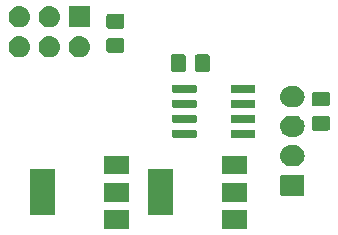
<source format=gbr>
G04 #@! TF.GenerationSoftware,KiCad,Pcbnew,(5.1.4)-1*
G04 #@! TF.CreationDate,2020-02-08T13:17:21-05:00*
G04 #@! TF.ProjectId,Torchic,546f7263-6869-4632-9e6b-696361645f70,rev?*
G04 #@! TF.SameCoordinates,Original*
G04 #@! TF.FileFunction,Soldermask,Bot*
G04 #@! TF.FilePolarity,Negative*
%FSLAX46Y46*%
G04 Gerber Fmt 4.6, Leading zero omitted, Abs format (unit mm)*
G04 Created by KiCad (PCBNEW (5.1.4)-1) date 2020-02-08 13:17:21*
%MOMM*%
%LPD*%
G04 APERTURE LIST*
%ADD10C,0.100000*%
G04 APERTURE END LIST*
D10*
G36*
X92314000Y-60378000D02*
G01*
X90212000Y-60378000D01*
X90212000Y-58776000D01*
X92314000Y-58776000D01*
X92314000Y-60378000D01*
X92314000Y-60378000D01*
G37*
G36*
X82331000Y-60378000D02*
G01*
X80229000Y-60378000D01*
X80229000Y-58776000D01*
X82331000Y-58776000D01*
X82331000Y-60378000D01*
X82331000Y-60378000D01*
G37*
G36*
X76031000Y-59228000D02*
G01*
X73929000Y-59228000D01*
X73929000Y-55326000D01*
X76031000Y-55326000D01*
X76031000Y-59228000D01*
X76031000Y-59228000D01*
G37*
G36*
X86014000Y-59228000D02*
G01*
X83912000Y-59228000D01*
X83912000Y-55326000D01*
X86014000Y-55326000D01*
X86014000Y-59228000D01*
X86014000Y-59228000D01*
G37*
G36*
X82331000Y-58078000D02*
G01*
X80229000Y-58078000D01*
X80229000Y-56476000D01*
X82331000Y-56476000D01*
X82331000Y-58078000D01*
X82331000Y-58078000D01*
G37*
G36*
X92314000Y-58078000D02*
G01*
X90212000Y-58078000D01*
X90212000Y-56476000D01*
X92314000Y-56476000D01*
X92314000Y-58078000D01*
X92314000Y-58078000D01*
G37*
G36*
X97022600Y-55791989D02*
G01*
X97055652Y-55802015D01*
X97086103Y-55818292D01*
X97112799Y-55840201D01*
X97134708Y-55866897D01*
X97150985Y-55897348D01*
X97161011Y-55930400D01*
X97165000Y-55970903D01*
X97165000Y-57407097D01*
X97161011Y-57447600D01*
X97150985Y-57480652D01*
X97134708Y-57511103D01*
X97112799Y-57537799D01*
X97086103Y-57559708D01*
X97055652Y-57575985D01*
X97022600Y-57586011D01*
X96982097Y-57590000D01*
X95295903Y-57590000D01*
X95255400Y-57586011D01*
X95222348Y-57575985D01*
X95191897Y-57559708D01*
X95165201Y-57537799D01*
X95143292Y-57511103D01*
X95127015Y-57480652D01*
X95116989Y-57447600D01*
X95113000Y-57407097D01*
X95113000Y-55970903D01*
X95116989Y-55930400D01*
X95127015Y-55897348D01*
X95143292Y-55866897D01*
X95165201Y-55840201D01*
X95191897Y-55818292D01*
X95222348Y-55802015D01*
X95255400Y-55791989D01*
X95295903Y-55788000D01*
X96982097Y-55788000D01*
X97022600Y-55791989D01*
X97022600Y-55791989D01*
G37*
G36*
X92314000Y-55778000D02*
G01*
X90212000Y-55778000D01*
X90212000Y-54176000D01*
X92314000Y-54176000D01*
X92314000Y-55778000D01*
X92314000Y-55778000D01*
G37*
G36*
X82331000Y-55778000D02*
G01*
X80229000Y-55778000D01*
X80229000Y-54176000D01*
X82331000Y-54176000D01*
X82331000Y-55778000D01*
X82331000Y-55778000D01*
G37*
G36*
X96374442Y-53294518D02*
G01*
X96440627Y-53301037D01*
X96610466Y-53352557D01*
X96766991Y-53436222D01*
X96802729Y-53465552D01*
X96904186Y-53548814D01*
X96987448Y-53650271D01*
X97016778Y-53686009D01*
X97100443Y-53842534D01*
X97151963Y-54012373D01*
X97169359Y-54189000D01*
X97151963Y-54365627D01*
X97100443Y-54535466D01*
X97016778Y-54691991D01*
X96987448Y-54727729D01*
X96904186Y-54829186D01*
X96802729Y-54912448D01*
X96766991Y-54941778D01*
X96610466Y-55025443D01*
X96440627Y-55076963D01*
X96374443Y-55083481D01*
X96308260Y-55090000D01*
X95969740Y-55090000D01*
X95903557Y-55083481D01*
X95837373Y-55076963D01*
X95667534Y-55025443D01*
X95511009Y-54941778D01*
X95475271Y-54912448D01*
X95373814Y-54829186D01*
X95290552Y-54727729D01*
X95261222Y-54691991D01*
X95177557Y-54535466D01*
X95126037Y-54365627D01*
X95108641Y-54189000D01*
X95126037Y-54012373D01*
X95177557Y-53842534D01*
X95261222Y-53686009D01*
X95290552Y-53650271D01*
X95373814Y-53548814D01*
X95475271Y-53465552D01*
X95511009Y-53436222D01*
X95667534Y-53352557D01*
X95837373Y-53301037D01*
X95903558Y-53294518D01*
X95969740Y-53288000D01*
X96308260Y-53288000D01*
X96374442Y-53294518D01*
X96374442Y-53294518D01*
G37*
G36*
X87932928Y-51975764D02*
G01*
X87954009Y-51982160D01*
X87973445Y-51992548D01*
X87990476Y-52006524D01*
X88004452Y-52023555D01*
X88014840Y-52042991D01*
X88021236Y-52064072D01*
X88024000Y-52092140D01*
X88024000Y-52555860D01*
X88021236Y-52583928D01*
X88014840Y-52605009D01*
X88004452Y-52624445D01*
X87990476Y-52641476D01*
X87973445Y-52655452D01*
X87954009Y-52665840D01*
X87932928Y-52672236D01*
X87904860Y-52675000D01*
X86091140Y-52675000D01*
X86063072Y-52672236D01*
X86041991Y-52665840D01*
X86022555Y-52655452D01*
X86005524Y-52641476D01*
X85991548Y-52624445D01*
X85981160Y-52605009D01*
X85974764Y-52583928D01*
X85972000Y-52555860D01*
X85972000Y-52092140D01*
X85974764Y-52064072D01*
X85981160Y-52042991D01*
X85991548Y-52023555D01*
X86005524Y-52006524D01*
X86022555Y-51992548D01*
X86041991Y-51982160D01*
X86063072Y-51975764D01*
X86091140Y-51973000D01*
X87904860Y-51973000D01*
X87932928Y-51975764D01*
X87932928Y-51975764D01*
G37*
G36*
X92882928Y-51975764D02*
G01*
X92904009Y-51982160D01*
X92923445Y-51992548D01*
X92940476Y-52006524D01*
X92954452Y-52023555D01*
X92964840Y-52042991D01*
X92971236Y-52064072D01*
X92974000Y-52092140D01*
X92974000Y-52555860D01*
X92971236Y-52583928D01*
X92964840Y-52605009D01*
X92954452Y-52624445D01*
X92940476Y-52641476D01*
X92923445Y-52655452D01*
X92904009Y-52665840D01*
X92882928Y-52672236D01*
X92854860Y-52675000D01*
X91041140Y-52675000D01*
X91013072Y-52672236D01*
X90991991Y-52665840D01*
X90972555Y-52655452D01*
X90955524Y-52641476D01*
X90941548Y-52624445D01*
X90931160Y-52605009D01*
X90924764Y-52583928D01*
X90922000Y-52555860D01*
X90922000Y-52092140D01*
X90924764Y-52064072D01*
X90931160Y-52042991D01*
X90941548Y-52023555D01*
X90955524Y-52006524D01*
X90972555Y-51992548D01*
X90991991Y-51982160D01*
X91013072Y-51975764D01*
X91041140Y-51973000D01*
X92854860Y-51973000D01*
X92882928Y-51975764D01*
X92882928Y-51975764D01*
G37*
G36*
X96369909Y-50794072D02*
G01*
X96440627Y-50801037D01*
X96610466Y-50852557D01*
X96766991Y-50936222D01*
X96802729Y-50965552D01*
X96904186Y-51048814D01*
X96987448Y-51150271D01*
X97016778Y-51186009D01*
X97100443Y-51342534D01*
X97151963Y-51512373D01*
X97169359Y-51689000D01*
X97151963Y-51865627D01*
X97100443Y-52035466D01*
X97016778Y-52191991D01*
X96987448Y-52227729D01*
X96904186Y-52329186D01*
X96802729Y-52412448D01*
X96766991Y-52441778D01*
X96610466Y-52525443D01*
X96440627Y-52576963D01*
X96374443Y-52583481D01*
X96308260Y-52590000D01*
X95969740Y-52590000D01*
X95903557Y-52583481D01*
X95837373Y-52576963D01*
X95667534Y-52525443D01*
X95511009Y-52441778D01*
X95475271Y-52412448D01*
X95373814Y-52329186D01*
X95290552Y-52227729D01*
X95261222Y-52191991D01*
X95177557Y-52035466D01*
X95126037Y-51865627D01*
X95108641Y-51689000D01*
X95126037Y-51512373D01*
X95177557Y-51342534D01*
X95261222Y-51186009D01*
X95290552Y-51150271D01*
X95373814Y-51048814D01*
X95475271Y-50965552D01*
X95511009Y-50936222D01*
X95667534Y-50852557D01*
X95837373Y-50801037D01*
X95908091Y-50794072D01*
X95969740Y-50788000D01*
X96308260Y-50788000D01*
X96369909Y-50794072D01*
X96369909Y-50794072D01*
G37*
G36*
X99140674Y-50822465D02*
G01*
X99178367Y-50833899D01*
X99213103Y-50852466D01*
X99243548Y-50877452D01*
X99268534Y-50907897D01*
X99287101Y-50942633D01*
X99298535Y-50980326D01*
X99303000Y-51025661D01*
X99303000Y-51862339D01*
X99298535Y-51907674D01*
X99287101Y-51945367D01*
X99268534Y-51980103D01*
X99243548Y-52010548D01*
X99213103Y-52035534D01*
X99178367Y-52054101D01*
X99140674Y-52065535D01*
X99095339Y-52070000D01*
X98008661Y-52070000D01*
X97963326Y-52065535D01*
X97925633Y-52054101D01*
X97890897Y-52035534D01*
X97860452Y-52010548D01*
X97835466Y-51980103D01*
X97816899Y-51945367D01*
X97805465Y-51907674D01*
X97801000Y-51862339D01*
X97801000Y-51025661D01*
X97805465Y-50980326D01*
X97816899Y-50942633D01*
X97835466Y-50907897D01*
X97860452Y-50877452D01*
X97890897Y-50852466D01*
X97925633Y-50833899D01*
X97963326Y-50822465D01*
X98008661Y-50818000D01*
X99095339Y-50818000D01*
X99140674Y-50822465D01*
X99140674Y-50822465D01*
G37*
G36*
X87932928Y-50705764D02*
G01*
X87954009Y-50712160D01*
X87973445Y-50722548D01*
X87990476Y-50736524D01*
X88004452Y-50753555D01*
X88014840Y-50772991D01*
X88021236Y-50794072D01*
X88024000Y-50822140D01*
X88024000Y-51285860D01*
X88021236Y-51313928D01*
X88014840Y-51335009D01*
X88004452Y-51354445D01*
X87990476Y-51371476D01*
X87973445Y-51385452D01*
X87954009Y-51395840D01*
X87932928Y-51402236D01*
X87904860Y-51405000D01*
X86091140Y-51405000D01*
X86063072Y-51402236D01*
X86041991Y-51395840D01*
X86022555Y-51385452D01*
X86005524Y-51371476D01*
X85991548Y-51354445D01*
X85981160Y-51335009D01*
X85974764Y-51313928D01*
X85972000Y-51285860D01*
X85972000Y-50822140D01*
X85974764Y-50794072D01*
X85981160Y-50772991D01*
X85991548Y-50753555D01*
X86005524Y-50736524D01*
X86022555Y-50722548D01*
X86041991Y-50712160D01*
X86063072Y-50705764D01*
X86091140Y-50703000D01*
X87904860Y-50703000D01*
X87932928Y-50705764D01*
X87932928Y-50705764D01*
G37*
G36*
X92882928Y-50705764D02*
G01*
X92904009Y-50712160D01*
X92923445Y-50722548D01*
X92940476Y-50736524D01*
X92954452Y-50753555D01*
X92964840Y-50772991D01*
X92971236Y-50794072D01*
X92974000Y-50822140D01*
X92974000Y-51285860D01*
X92971236Y-51313928D01*
X92964840Y-51335009D01*
X92954452Y-51354445D01*
X92940476Y-51371476D01*
X92923445Y-51385452D01*
X92904009Y-51395840D01*
X92882928Y-51402236D01*
X92854860Y-51405000D01*
X91041140Y-51405000D01*
X91013072Y-51402236D01*
X90991991Y-51395840D01*
X90972555Y-51385452D01*
X90955524Y-51371476D01*
X90941548Y-51354445D01*
X90931160Y-51335009D01*
X90924764Y-51313928D01*
X90922000Y-51285860D01*
X90922000Y-50822140D01*
X90924764Y-50794072D01*
X90931160Y-50772991D01*
X90941548Y-50753555D01*
X90955524Y-50736524D01*
X90972555Y-50722548D01*
X90991991Y-50712160D01*
X91013072Y-50705764D01*
X91041140Y-50703000D01*
X92854860Y-50703000D01*
X92882928Y-50705764D01*
X92882928Y-50705764D01*
G37*
G36*
X92882928Y-49435764D02*
G01*
X92904009Y-49442160D01*
X92923445Y-49452548D01*
X92940476Y-49466524D01*
X92954452Y-49483555D01*
X92964840Y-49502991D01*
X92971236Y-49524072D01*
X92974000Y-49552140D01*
X92974000Y-50015860D01*
X92971236Y-50043928D01*
X92964840Y-50065009D01*
X92954452Y-50084445D01*
X92940476Y-50101476D01*
X92923445Y-50115452D01*
X92904009Y-50125840D01*
X92882928Y-50132236D01*
X92854860Y-50135000D01*
X91041140Y-50135000D01*
X91013072Y-50132236D01*
X90991991Y-50125840D01*
X90972555Y-50115452D01*
X90955524Y-50101476D01*
X90941548Y-50084445D01*
X90931160Y-50065009D01*
X90924764Y-50043928D01*
X90922000Y-50015860D01*
X90922000Y-49552140D01*
X90924764Y-49524072D01*
X90931160Y-49502991D01*
X90941548Y-49483555D01*
X90955524Y-49466524D01*
X90972555Y-49452548D01*
X90991991Y-49442160D01*
X91013072Y-49435764D01*
X91041140Y-49433000D01*
X92854860Y-49433000D01*
X92882928Y-49435764D01*
X92882928Y-49435764D01*
G37*
G36*
X87932928Y-49435764D02*
G01*
X87954009Y-49442160D01*
X87973445Y-49452548D01*
X87990476Y-49466524D01*
X88004452Y-49483555D01*
X88014840Y-49502991D01*
X88021236Y-49524072D01*
X88024000Y-49552140D01*
X88024000Y-50015860D01*
X88021236Y-50043928D01*
X88014840Y-50065009D01*
X88004452Y-50084445D01*
X87990476Y-50101476D01*
X87973445Y-50115452D01*
X87954009Y-50125840D01*
X87932928Y-50132236D01*
X87904860Y-50135000D01*
X86091140Y-50135000D01*
X86063072Y-50132236D01*
X86041991Y-50125840D01*
X86022555Y-50115452D01*
X86005524Y-50101476D01*
X85991548Y-50084445D01*
X85981160Y-50065009D01*
X85974764Y-50043928D01*
X85972000Y-50015860D01*
X85972000Y-49552140D01*
X85974764Y-49524072D01*
X85981160Y-49502991D01*
X85991548Y-49483555D01*
X86005524Y-49466524D01*
X86022555Y-49452548D01*
X86041991Y-49442160D01*
X86063072Y-49435764D01*
X86091140Y-49433000D01*
X87904860Y-49433000D01*
X87932928Y-49435764D01*
X87932928Y-49435764D01*
G37*
G36*
X96374442Y-48294518D02*
G01*
X96440627Y-48301037D01*
X96610466Y-48352557D01*
X96766991Y-48436222D01*
X96802729Y-48465552D01*
X96904186Y-48548814D01*
X96987448Y-48650271D01*
X97016778Y-48686009D01*
X97100443Y-48842534D01*
X97151963Y-49012373D01*
X97169359Y-49189000D01*
X97151963Y-49365627D01*
X97103899Y-49524072D01*
X97100442Y-49535468D01*
X97079706Y-49574262D01*
X97016778Y-49691991D01*
X96987448Y-49727729D01*
X96904186Y-49829186D01*
X96802729Y-49912448D01*
X96766991Y-49941778D01*
X96766989Y-49941779D01*
X96629003Y-50015535D01*
X96610466Y-50025443D01*
X96440627Y-50076963D01*
X96374443Y-50083481D01*
X96308260Y-50090000D01*
X95969740Y-50090000D01*
X95903557Y-50083481D01*
X95837373Y-50076963D01*
X95667534Y-50025443D01*
X95648998Y-50015535D01*
X95511011Y-49941779D01*
X95511009Y-49941778D01*
X95475271Y-49912448D01*
X95373814Y-49829186D01*
X95290552Y-49727729D01*
X95261222Y-49691991D01*
X95198294Y-49574262D01*
X95177558Y-49535468D01*
X95174101Y-49524072D01*
X95126037Y-49365627D01*
X95108641Y-49189000D01*
X95126037Y-49012373D01*
X95177557Y-48842534D01*
X95261222Y-48686009D01*
X95290552Y-48650271D01*
X95373814Y-48548814D01*
X95475271Y-48465552D01*
X95511009Y-48436222D01*
X95667534Y-48352557D01*
X95837373Y-48301037D01*
X95903557Y-48294519D01*
X95969740Y-48288000D01*
X96308260Y-48288000D01*
X96374442Y-48294518D01*
X96374442Y-48294518D01*
G37*
G36*
X99140674Y-48772465D02*
G01*
X99178367Y-48783899D01*
X99213103Y-48802466D01*
X99243548Y-48827452D01*
X99268534Y-48857897D01*
X99287101Y-48892633D01*
X99298535Y-48930326D01*
X99303000Y-48975661D01*
X99303000Y-49812339D01*
X99298535Y-49857674D01*
X99287101Y-49895367D01*
X99268534Y-49930103D01*
X99243548Y-49960548D01*
X99213103Y-49985534D01*
X99178367Y-50004101D01*
X99140674Y-50015535D01*
X99095339Y-50020000D01*
X98008661Y-50020000D01*
X97963326Y-50015535D01*
X97925633Y-50004101D01*
X97890897Y-49985534D01*
X97860452Y-49960548D01*
X97835466Y-49930103D01*
X97816899Y-49895367D01*
X97805465Y-49857674D01*
X97801000Y-49812339D01*
X97801000Y-48975661D01*
X97805465Y-48930326D01*
X97816899Y-48892633D01*
X97835466Y-48857897D01*
X97860452Y-48827452D01*
X97890897Y-48802466D01*
X97925633Y-48783899D01*
X97963326Y-48772465D01*
X98008661Y-48768000D01*
X99095339Y-48768000D01*
X99140674Y-48772465D01*
X99140674Y-48772465D01*
G37*
G36*
X87932928Y-48165764D02*
G01*
X87954009Y-48172160D01*
X87973445Y-48182548D01*
X87990476Y-48196524D01*
X88004452Y-48213555D01*
X88014840Y-48232991D01*
X88021236Y-48254072D01*
X88024000Y-48282140D01*
X88024000Y-48745860D01*
X88021236Y-48773928D01*
X88014840Y-48795009D01*
X88004452Y-48814445D01*
X87990476Y-48831476D01*
X87973445Y-48845452D01*
X87954009Y-48855840D01*
X87932928Y-48862236D01*
X87904860Y-48865000D01*
X86091140Y-48865000D01*
X86063072Y-48862236D01*
X86041991Y-48855840D01*
X86022555Y-48845452D01*
X86005524Y-48831476D01*
X85991548Y-48814445D01*
X85981160Y-48795009D01*
X85974764Y-48773928D01*
X85972000Y-48745860D01*
X85972000Y-48282140D01*
X85974764Y-48254072D01*
X85981160Y-48232991D01*
X85991548Y-48213555D01*
X86005524Y-48196524D01*
X86022555Y-48182548D01*
X86041991Y-48172160D01*
X86063072Y-48165764D01*
X86091140Y-48163000D01*
X87904860Y-48163000D01*
X87932928Y-48165764D01*
X87932928Y-48165764D01*
G37*
G36*
X92882928Y-48165764D02*
G01*
X92904009Y-48172160D01*
X92923445Y-48182548D01*
X92940476Y-48196524D01*
X92954452Y-48213555D01*
X92964840Y-48232991D01*
X92971236Y-48254072D01*
X92974000Y-48282140D01*
X92974000Y-48745860D01*
X92971236Y-48773928D01*
X92964840Y-48795009D01*
X92954452Y-48814445D01*
X92940476Y-48831476D01*
X92923445Y-48845452D01*
X92904009Y-48855840D01*
X92882928Y-48862236D01*
X92854860Y-48865000D01*
X91041140Y-48865000D01*
X91013072Y-48862236D01*
X90991991Y-48855840D01*
X90972555Y-48845452D01*
X90955524Y-48831476D01*
X90941548Y-48814445D01*
X90931160Y-48795009D01*
X90924764Y-48773928D01*
X90922000Y-48745860D01*
X90922000Y-48282140D01*
X90924764Y-48254072D01*
X90931160Y-48232991D01*
X90941548Y-48213555D01*
X90955524Y-48196524D01*
X90972555Y-48182548D01*
X90991991Y-48172160D01*
X91013072Y-48165764D01*
X91041140Y-48163000D01*
X92854860Y-48163000D01*
X92882928Y-48165764D01*
X92882928Y-48165764D01*
G37*
G36*
X88991674Y-45608465D02*
G01*
X89029367Y-45619899D01*
X89064103Y-45638466D01*
X89094548Y-45663452D01*
X89119534Y-45693897D01*
X89138101Y-45728633D01*
X89149535Y-45766326D01*
X89154000Y-45811661D01*
X89154000Y-46898339D01*
X89149535Y-46943674D01*
X89138101Y-46981367D01*
X89119534Y-47016103D01*
X89094548Y-47046548D01*
X89064103Y-47071534D01*
X89029367Y-47090101D01*
X88991674Y-47101535D01*
X88946339Y-47106000D01*
X88109661Y-47106000D01*
X88064326Y-47101535D01*
X88026633Y-47090101D01*
X87991897Y-47071534D01*
X87961452Y-47046548D01*
X87936466Y-47016103D01*
X87917899Y-46981367D01*
X87906465Y-46943674D01*
X87902000Y-46898339D01*
X87902000Y-45811661D01*
X87906465Y-45766326D01*
X87917899Y-45728633D01*
X87936466Y-45693897D01*
X87961452Y-45663452D01*
X87991897Y-45638466D01*
X88026633Y-45619899D01*
X88064326Y-45608465D01*
X88109661Y-45604000D01*
X88946339Y-45604000D01*
X88991674Y-45608465D01*
X88991674Y-45608465D01*
G37*
G36*
X86941674Y-45608465D02*
G01*
X86979367Y-45619899D01*
X87014103Y-45638466D01*
X87044548Y-45663452D01*
X87069534Y-45693897D01*
X87088101Y-45728633D01*
X87099535Y-45766326D01*
X87104000Y-45811661D01*
X87104000Y-46898339D01*
X87099535Y-46943674D01*
X87088101Y-46981367D01*
X87069534Y-47016103D01*
X87044548Y-47046548D01*
X87014103Y-47071534D01*
X86979367Y-47090101D01*
X86941674Y-47101535D01*
X86896339Y-47106000D01*
X86059661Y-47106000D01*
X86014326Y-47101535D01*
X85976633Y-47090101D01*
X85941897Y-47071534D01*
X85911452Y-47046548D01*
X85886466Y-47016103D01*
X85867899Y-46981367D01*
X85856465Y-46943674D01*
X85852000Y-46898339D01*
X85852000Y-45811661D01*
X85856465Y-45766326D01*
X85867899Y-45728633D01*
X85886466Y-45693897D01*
X85911452Y-45663452D01*
X85941897Y-45638466D01*
X85976633Y-45619899D01*
X86014326Y-45608465D01*
X86059661Y-45604000D01*
X86896339Y-45604000D01*
X86941674Y-45608465D01*
X86941674Y-45608465D01*
G37*
G36*
X73135443Y-44063519D02*
G01*
X73201627Y-44070037D01*
X73371466Y-44121557D01*
X73527991Y-44205222D01*
X73549653Y-44223000D01*
X73665186Y-44317814D01*
X73725261Y-44391017D01*
X73777778Y-44455009D01*
X73861443Y-44611534D01*
X73912963Y-44781373D01*
X73930359Y-44958000D01*
X73912963Y-45134627D01*
X73861443Y-45304466D01*
X73777778Y-45460991D01*
X73770573Y-45469770D01*
X73665186Y-45598186D01*
X73563729Y-45681448D01*
X73527991Y-45710778D01*
X73371466Y-45794443D01*
X73201627Y-45845963D01*
X73135443Y-45852481D01*
X73069260Y-45859000D01*
X72980740Y-45859000D01*
X72914557Y-45852481D01*
X72848373Y-45845963D01*
X72678534Y-45794443D01*
X72522009Y-45710778D01*
X72486271Y-45681448D01*
X72384814Y-45598186D01*
X72279427Y-45469770D01*
X72272222Y-45460991D01*
X72188557Y-45304466D01*
X72137037Y-45134627D01*
X72119641Y-44958000D01*
X72137037Y-44781373D01*
X72188557Y-44611534D01*
X72272222Y-44455009D01*
X72324739Y-44391017D01*
X72384814Y-44317814D01*
X72500347Y-44223000D01*
X72522009Y-44205222D01*
X72678534Y-44121557D01*
X72848373Y-44070037D01*
X72914557Y-44063519D01*
X72980740Y-44057000D01*
X73069260Y-44057000D01*
X73135443Y-44063519D01*
X73135443Y-44063519D01*
G37*
G36*
X78215443Y-44063519D02*
G01*
X78281627Y-44070037D01*
X78451466Y-44121557D01*
X78607991Y-44205222D01*
X78629653Y-44223000D01*
X78745186Y-44317814D01*
X78805261Y-44391017D01*
X78857778Y-44455009D01*
X78941443Y-44611534D01*
X78992963Y-44781373D01*
X79010359Y-44958000D01*
X78992963Y-45134627D01*
X78941443Y-45304466D01*
X78857778Y-45460991D01*
X78850573Y-45469770D01*
X78745186Y-45598186D01*
X78643729Y-45681448D01*
X78607991Y-45710778D01*
X78451466Y-45794443D01*
X78281627Y-45845963D01*
X78215443Y-45852481D01*
X78149260Y-45859000D01*
X78060740Y-45859000D01*
X77994557Y-45852481D01*
X77928373Y-45845963D01*
X77758534Y-45794443D01*
X77602009Y-45710778D01*
X77566271Y-45681448D01*
X77464814Y-45598186D01*
X77359427Y-45469770D01*
X77352222Y-45460991D01*
X77268557Y-45304466D01*
X77217037Y-45134627D01*
X77199641Y-44958000D01*
X77217037Y-44781373D01*
X77268557Y-44611534D01*
X77352222Y-44455009D01*
X77404739Y-44391017D01*
X77464814Y-44317814D01*
X77580347Y-44223000D01*
X77602009Y-44205222D01*
X77758534Y-44121557D01*
X77928373Y-44070037D01*
X77994557Y-44063519D01*
X78060740Y-44057000D01*
X78149260Y-44057000D01*
X78215443Y-44063519D01*
X78215443Y-44063519D01*
G37*
G36*
X75675443Y-44063519D02*
G01*
X75741627Y-44070037D01*
X75911466Y-44121557D01*
X76067991Y-44205222D01*
X76089653Y-44223000D01*
X76205186Y-44317814D01*
X76265261Y-44391017D01*
X76317778Y-44455009D01*
X76401443Y-44611534D01*
X76452963Y-44781373D01*
X76470359Y-44958000D01*
X76452963Y-45134627D01*
X76401443Y-45304466D01*
X76317778Y-45460991D01*
X76310573Y-45469770D01*
X76205186Y-45598186D01*
X76103729Y-45681448D01*
X76067991Y-45710778D01*
X75911466Y-45794443D01*
X75741627Y-45845963D01*
X75675443Y-45852481D01*
X75609260Y-45859000D01*
X75520740Y-45859000D01*
X75454557Y-45852481D01*
X75388373Y-45845963D01*
X75218534Y-45794443D01*
X75062009Y-45710778D01*
X75026271Y-45681448D01*
X74924814Y-45598186D01*
X74819427Y-45469770D01*
X74812222Y-45460991D01*
X74728557Y-45304466D01*
X74677037Y-45134627D01*
X74659641Y-44958000D01*
X74677037Y-44781373D01*
X74728557Y-44611534D01*
X74812222Y-44455009D01*
X74864739Y-44391017D01*
X74924814Y-44317814D01*
X75040347Y-44223000D01*
X75062009Y-44205222D01*
X75218534Y-44121557D01*
X75388373Y-44070037D01*
X75454557Y-44063519D01*
X75520740Y-44057000D01*
X75609260Y-44057000D01*
X75675443Y-44063519D01*
X75675443Y-44063519D01*
G37*
G36*
X81741674Y-44227465D02*
G01*
X81779367Y-44238899D01*
X81814103Y-44257466D01*
X81844548Y-44282452D01*
X81869534Y-44312897D01*
X81888101Y-44347633D01*
X81899535Y-44385326D01*
X81904000Y-44430661D01*
X81904000Y-45267339D01*
X81899535Y-45312674D01*
X81888101Y-45350367D01*
X81869534Y-45385103D01*
X81844548Y-45415548D01*
X81814103Y-45440534D01*
X81779367Y-45459101D01*
X81741674Y-45470535D01*
X81696339Y-45475000D01*
X80609661Y-45475000D01*
X80564326Y-45470535D01*
X80526633Y-45459101D01*
X80491897Y-45440534D01*
X80461452Y-45415548D01*
X80436466Y-45385103D01*
X80417899Y-45350367D01*
X80406465Y-45312674D01*
X80402000Y-45267339D01*
X80402000Y-44430661D01*
X80406465Y-44385326D01*
X80417899Y-44347633D01*
X80436466Y-44312897D01*
X80461452Y-44282452D01*
X80491897Y-44257466D01*
X80526633Y-44238899D01*
X80564326Y-44227465D01*
X80609661Y-44223000D01*
X81696339Y-44223000D01*
X81741674Y-44227465D01*
X81741674Y-44227465D01*
G37*
G36*
X81741674Y-42177465D02*
G01*
X81779367Y-42188899D01*
X81814103Y-42207466D01*
X81844548Y-42232452D01*
X81869534Y-42262897D01*
X81888101Y-42297633D01*
X81899535Y-42335326D01*
X81904000Y-42380661D01*
X81904000Y-43217339D01*
X81899535Y-43262674D01*
X81888101Y-43300367D01*
X81869534Y-43335103D01*
X81844548Y-43365548D01*
X81814103Y-43390534D01*
X81779367Y-43409101D01*
X81741674Y-43420535D01*
X81696339Y-43425000D01*
X80609661Y-43425000D01*
X80564326Y-43420535D01*
X80526633Y-43409101D01*
X80491897Y-43390534D01*
X80461452Y-43365548D01*
X80436466Y-43335103D01*
X80417899Y-43300367D01*
X80406465Y-43262674D01*
X80402000Y-43217339D01*
X80402000Y-42380661D01*
X80406465Y-42335326D01*
X80417899Y-42297633D01*
X80436466Y-42262897D01*
X80461452Y-42232452D01*
X80491897Y-42207466D01*
X80526633Y-42188899D01*
X80564326Y-42177465D01*
X80609661Y-42173000D01*
X81696339Y-42173000D01*
X81741674Y-42177465D01*
X81741674Y-42177465D01*
G37*
G36*
X75675443Y-41523519D02*
G01*
X75741627Y-41530037D01*
X75911466Y-41581557D01*
X76067991Y-41665222D01*
X76103729Y-41694552D01*
X76205186Y-41777814D01*
X76288448Y-41879271D01*
X76317778Y-41915009D01*
X76401443Y-42071534D01*
X76452963Y-42241373D01*
X76470359Y-42418000D01*
X76452963Y-42594627D01*
X76401443Y-42764466D01*
X76317778Y-42920991D01*
X76288448Y-42956729D01*
X76205186Y-43058186D01*
X76103729Y-43141448D01*
X76067991Y-43170778D01*
X75911466Y-43254443D01*
X75741627Y-43305963D01*
X75675443Y-43312481D01*
X75609260Y-43319000D01*
X75520740Y-43319000D01*
X75454557Y-43312481D01*
X75388373Y-43305963D01*
X75218534Y-43254443D01*
X75062009Y-43170778D01*
X75026271Y-43141448D01*
X74924814Y-43058186D01*
X74841552Y-42956729D01*
X74812222Y-42920991D01*
X74728557Y-42764466D01*
X74677037Y-42594627D01*
X74659641Y-42418000D01*
X74677037Y-42241373D01*
X74728557Y-42071534D01*
X74812222Y-41915009D01*
X74841552Y-41879271D01*
X74924814Y-41777814D01*
X75026271Y-41694552D01*
X75062009Y-41665222D01*
X75218534Y-41581557D01*
X75388373Y-41530037D01*
X75454557Y-41523519D01*
X75520740Y-41517000D01*
X75609260Y-41517000D01*
X75675443Y-41523519D01*
X75675443Y-41523519D01*
G37*
G36*
X73135443Y-41523519D02*
G01*
X73201627Y-41530037D01*
X73371466Y-41581557D01*
X73527991Y-41665222D01*
X73563729Y-41694552D01*
X73665186Y-41777814D01*
X73748448Y-41879271D01*
X73777778Y-41915009D01*
X73861443Y-42071534D01*
X73912963Y-42241373D01*
X73930359Y-42418000D01*
X73912963Y-42594627D01*
X73861443Y-42764466D01*
X73777778Y-42920991D01*
X73748448Y-42956729D01*
X73665186Y-43058186D01*
X73563729Y-43141448D01*
X73527991Y-43170778D01*
X73371466Y-43254443D01*
X73201627Y-43305963D01*
X73135443Y-43312481D01*
X73069260Y-43319000D01*
X72980740Y-43319000D01*
X72914557Y-43312481D01*
X72848373Y-43305963D01*
X72678534Y-43254443D01*
X72522009Y-43170778D01*
X72486271Y-43141448D01*
X72384814Y-43058186D01*
X72301552Y-42956729D01*
X72272222Y-42920991D01*
X72188557Y-42764466D01*
X72137037Y-42594627D01*
X72119641Y-42418000D01*
X72137037Y-42241373D01*
X72188557Y-42071534D01*
X72272222Y-41915009D01*
X72301552Y-41879271D01*
X72384814Y-41777814D01*
X72486271Y-41694552D01*
X72522009Y-41665222D01*
X72678534Y-41581557D01*
X72848373Y-41530037D01*
X72914557Y-41523519D01*
X72980740Y-41517000D01*
X73069260Y-41517000D01*
X73135443Y-41523519D01*
X73135443Y-41523519D01*
G37*
G36*
X79006000Y-43319000D02*
G01*
X77204000Y-43319000D01*
X77204000Y-41517000D01*
X79006000Y-41517000D01*
X79006000Y-43319000D01*
X79006000Y-43319000D01*
G37*
M02*

</source>
